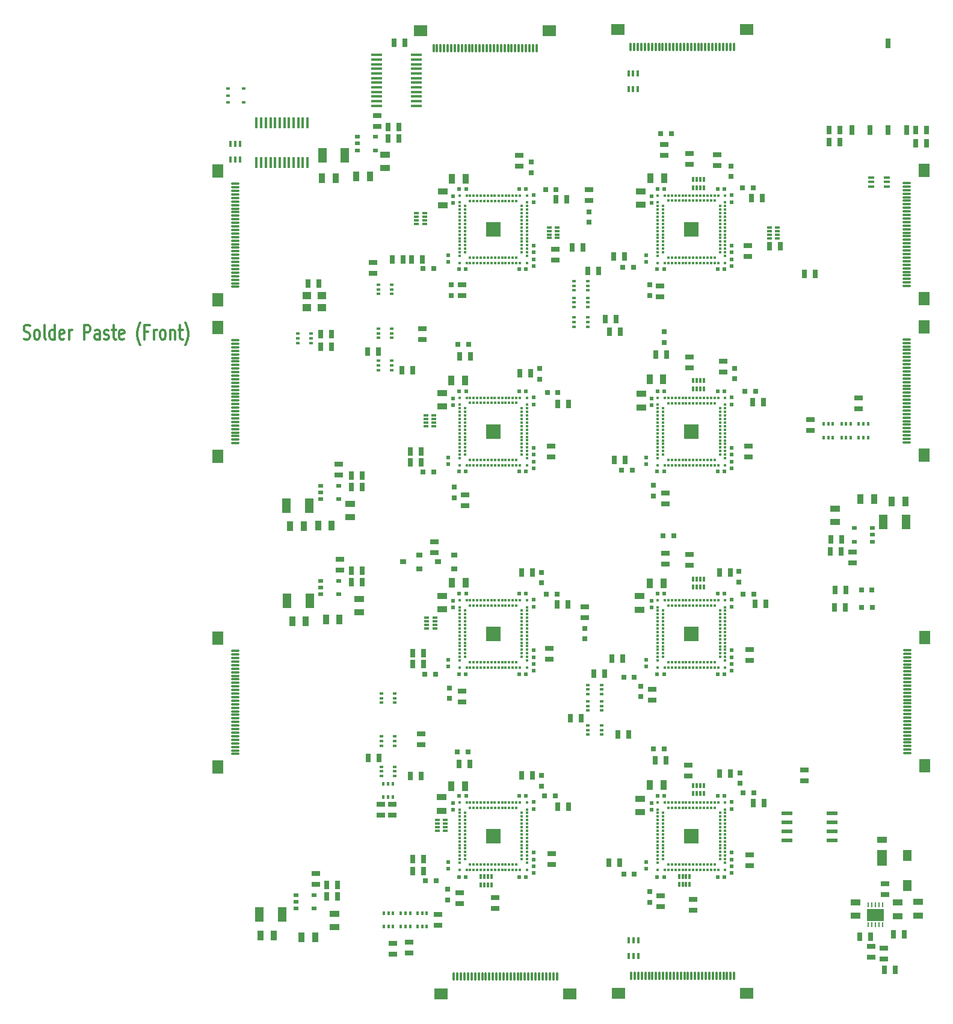
<source format=gtp>
G04 (created by PCBNEW (2013-mar-13)-testing) date Mon 05 Aug 2013 21:56:38 BST*
%MOIN*%
G04 Gerber Fmt 3.4, Leading zero omitted, Abs format*
%FSLAX34Y34*%
G01*
G70*
G90*
G04 APERTURE LIST*
%ADD10C,0.000787*%
%ADD11C,0.012000*%
%ADD12R,0.025600X0.011800*%
%ADD13R,0.051200X0.043300*%
%ADD14R,0.074800X0.063000*%
%ADD15O,0.011800X0.049200*%
%ADD16R,0.045000X0.025000*%
%ADD17R,0.030000X0.020000*%
%ADD18R,0.025000X0.045000*%
%ADD19R,0.093700X0.065000*%
%ADD20R,0.009800X0.026600*%
%ADD21R,0.055100X0.086600*%
%ADD22R,0.055100X0.035400*%
%ADD23R,0.015700X0.019700*%
%ADD24R,0.019700X0.015700*%
%ADD25R,0.063000X0.074800*%
%ADD26O,0.049200X0.011800*%
%ADD27R,0.011800X0.063000*%
%ADD28R,0.063000X0.011800*%
%ADD29R,0.025600X0.053100*%
%ADD30R,0.037400X0.025600*%
%ADD31R,0.023600X0.015700*%
%ADD32R,0.047200X0.063000*%
%ADD33R,0.047200X0.078700*%
%ADD34R,0.024400X0.024400*%
%ADD35R,0.055000X0.035000*%
%ADD36R,0.035000X0.055000*%
%ADD37R,0.031400X0.031400*%
%ADD38R,0.059100X0.020000*%
%ADD39R,0.011800X0.025600*%
%ADD40R,0.013800X0.033500*%
%ADD41R,0.033500X0.013800*%
%ADD42R,0.078800X0.078800*%
%ADD43R,0.011800X0.011800*%
G04 APERTURE END LIST*
G54D10*
G54D11*
X5408Y-28069D02*
X5494Y-28107D01*
X5637Y-28107D01*
X5694Y-28069D01*
X5722Y-28031D01*
X5751Y-27955D01*
X5751Y-27879D01*
X5722Y-27803D01*
X5694Y-27765D01*
X5637Y-27726D01*
X5522Y-27688D01*
X5465Y-27650D01*
X5437Y-27612D01*
X5408Y-27536D01*
X5408Y-27460D01*
X5437Y-27384D01*
X5465Y-27346D01*
X5522Y-27307D01*
X5665Y-27307D01*
X5751Y-27346D01*
X6094Y-28107D02*
X6037Y-28069D01*
X6008Y-28031D01*
X5980Y-27955D01*
X5980Y-27726D01*
X6008Y-27650D01*
X6037Y-27612D01*
X6094Y-27574D01*
X6180Y-27574D01*
X6237Y-27612D01*
X6265Y-27650D01*
X6294Y-27726D01*
X6294Y-27955D01*
X6265Y-28031D01*
X6237Y-28069D01*
X6180Y-28107D01*
X6094Y-28107D01*
X6637Y-28107D02*
X6580Y-28069D01*
X6551Y-27993D01*
X6551Y-27307D01*
X7122Y-28107D02*
X7122Y-27307D01*
X7122Y-28069D02*
X7065Y-28107D01*
X6951Y-28107D01*
X6894Y-28069D01*
X6865Y-28031D01*
X6837Y-27955D01*
X6837Y-27726D01*
X6865Y-27650D01*
X6894Y-27612D01*
X6951Y-27574D01*
X7065Y-27574D01*
X7122Y-27612D01*
X7637Y-28069D02*
X7580Y-28107D01*
X7465Y-28107D01*
X7408Y-28069D01*
X7380Y-27993D01*
X7380Y-27688D01*
X7408Y-27612D01*
X7465Y-27574D01*
X7580Y-27574D01*
X7637Y-27612D01*
X7665Y-27688D01*
X7665Y-27765D01*
X7380Y-27841D01*
X7922Y-28107D02*
X7922Y-27574D01*
X7922Y-27726D02*
X7951Y-27650D01*
X7980Y-27612D01*
X8037Y-27574D01*
X8094Y-27574D01*
X8751Y-28107D02*
X8751Y-27307D01*
X8980Y-27307D01*
X9037Y-27346D01*
X9065Y-27384D01*
X9094Y-27460D01*
X9094Y-27574D01*
X9065Y-27650D01*
X9037Y-27688D01*
X8980Y-27726D01*
X8751Y-27726D01*
X9608Y-28107D02*
X9608Y-27688D01*
X9580Y-27612D01*
X9522Y-27574D01*
X9408Y-27574D01*
X9351Y-27612D01*
X9608Y-28069D02*
X9551Y-28107D01*
X9408Y-28107D01*
X9351Y-28069D01*
X9322Y-27993D01*
X9322Y-27917D01*
X9351Y-27841D01*
X9408Y-27803D01*
X9551Y-27803D01*
X9608Y-27765D01*
X9865Y-28069D02*
X9922Y-28107D01*
X10037Y-28107D01*
X10094Y-28069D01*
X10122Y-27993D01*
X10122Y-27955D01*
X10094Y-27879D01*
X10037Y-27841D01*
X9951Y-27841D01*
X9894Y-27803D01*
X9865Y-27726D01*
X9865Y-27688D01*
X9894Y-27612D01*
X9951Y-27574D01*
X10037Y-27574D01*
X10094Y-27612D01*
X10294Y-27574D02*
X10522Y-27574D01*
X10380Y-27307D02*
X10380Y-27993D01*
X10408Y-28069D01*
X10465Y-28107D01*
X10522Y-28107D01*
X10951Y-28069D02*
X10894Y-28107D01*
X10780Y-28107D01*
X10722Y-28069D01*
X10694Y-27993D01*
X10694Y-27688D01*
X10722Y-27612D01*
X10780Y-27574D01*
X10894Y-27574D01*
X10951Y-27612D01*
X10980Y-27688D01*
X10980Y-27765D01*
X10694Y-27841D01*
X11865Y-28412D02*
X11837Y-28374D01*
X11780Y-28260D01*
X11751Y-28184D01*
X11722Y-28069D01*
X11694Y-27879D01*
X11694Y-27726D01*
X11722Y-27536D01*
X11751Y-27422D01*
X11780Y-27346D01*
X11837Y-27231D01*
X11865Y-27193D01*
X12294Y-27688D02*
X12094Y-27688D01*
X12094Y-28107D02*
X12094Y-27307D01*
X12380Y-27307D01*
X12608Y-28107D02*
X12608Y-27574D01*
X12608Y-27726D02*
X12637Y-27650D01*
X12665Y-27612D01*
X12722Y-27574D01*
X12780Y-27574D01*
X13065Y-28107D02*
X13008Y-28069D01*
X12980Y-28031D01*
X12951Y-27955D01*
X12951Y-27726D01*
X12980Y-27650D01*
X13008Y-27612D01*
X13065Y-27574D01*
X13151Y-27574D01*
X13208Y-27612D01*
X13237Y-27650D01*
X13265Y-27726D01*
X13265Y-27955D01*
X13237Y-28031D01*
X13208Y-28069D01*
X13151Y-28107D01*
X13065Y-28107D01*
X13522Y-27574D02*
X13522Y-28107D01*
X13522Y-27650D02*
X13551Y-27612D01*
X13608Y-27574D01*
X13694Y-27574D01*
X13751Y-27612D01*
X13780Y-27688D01*
X13780Y-28107D01*
X13980Y-27574D02*
X14208Y-27574D01*
X14065Y-27307D02*
X14065Y-27993D01*
X14094Y-28069D01*
X14151Y-28107D01*
X14208Y-28107D01*
X14351Y-28412D02*
X14380Y-28374D01*
X14437Y-28260D01*
X14465Y-28184D01*
X14494Y-28069D01*
X14522Y-27879D01*
X14522Y-27726D01*
X14494Y-27536D01*
X14465Y-27422D01*
X14437Y-27346D01*
X14380Y-27231D01*
X14351Y-27193D01*
G54D12*
X27174Y-21122D03*
X27174Y-21319D03*
X27174Y-21516D03*
X27174Y-21713D03*
X27627Y-21713D03*
X27627Y-21516D03*
X27627Y-21319D03*
X27627Y-21122D03*
G54D13*
X21929Y-25699D03*
X21103Y-25699D03*
X21103Y-26349D03*
X21929Y-26349D03*
G54D14*
X45454Y-10964D03*
X38328Y-10964D03*
G54D15*
X39036Y-11928D03*
X39232Y-11928D03*
X39429Y-11928D03*
X39626Y-11928D03*
X39823Y-11928D03*
X40020Y-11928D03*
X40217Y-11928D03*
X40414Y-11928D03*
X40610Y-11928D03*
X40807Y-11928D03*
X41004Y-11928D03*
X41201Y-11928D03*
X41398Y-11928D03*
X41595Y-11928D03*
X41793Y-11929D03*
X41988Y-11928D03*
X42185Y-11928D03*
X42382Y-11928D03*
X42776Y-11928D03*
X43170Y-11928D03*
X43563Y-11928D03*
X43366Y-11928D03*
X42973Y-11928D03*
X42579Y-11928D03*
X43760Y-11928D03*
X43957Y-11928D03*
X44154Y-11928D03*
X44351Y-11928D03*
X44547Y-11928D03*
X44746Y-11928D03*
G54D14*
X34526Y-11022D03*
X27400Y-11022D03*
G54D15*
X28108Y-11986D03*
X28304Y-11986D03*
X28501Y-11986D03*
X28698Y-11986D03*
X28895Y-11986D03*
X29092Y-11986D03*
X29289Y-11986D03*
X29486Y-11986D03*
X29682Y-11986D03*
X29879Y-11986D03*
X30076Y-11986D03*
X30273Y-11986D03*
X30470Y-11986D03*
X30667Y-11986D03*
X30865Y-11987D03*
X31060Y-11986D03*
X31257Y-11986D03*
X31454Y-11986D03*
X31848Y-11986D03*
X32242Y-11986D03*
X32635Y-11986D03*
X32438Y-11986D03*
X32045Y-11986D03*
X31651Y-11986D03*
X32832Y-11986D03*
X33029Y-11986D03*
X33226Y-11986D03*
X33423Y-11986D03*
X33619Y-11986D03*
X33818Y-11986D03*
G54D16*
X34528Y-45812D03*
X34528Y-45212D03*
X34646Y-57170D03*
X34646Y-56570D03*
X45531Y-23528D03*
X45531Y-22928D03*
X45551Y-34610D03*
X45551Y-34010D03*
G54D17*
X20485Y-58877D03*
X20485Y-59627D03*
X21485Y-58877D03*
X20485Y-59252D03*
X21485Y-59627D03*
G54D16*
X21575Y-58293D03*
X21575Y-57693D03*
G54D18*
X22800Y-58327D03*
X22200Y-58327D03*
G54D17*
X21841Y-36213D03*
X21841Y-36963D03*
X22841Y-36213D03*
X21841Y-36588D03*
X22841Y-36963D03*
G54D16*
X22855Y-35616D03*
X22855Y-35016D03*
G54D18*
X24156Y-35663D03*
X23556Y-35663D03*
X24160Y-40923D03*
X23560Y-40923D03*
G54D16*
X22935Y-40889D03*
X22935Y-40289D03*
G54D17*
X21845Y-41473D03*
X21845Y-42223D03*
X22845Y-41473D03*
X21845Y-41848D03*
X22845Y-42223D03*
X23890Y-16891D03*
X23890Y-17641D03*
X24890Y-16891D03*
X23890Y-17266D03*
X24890Y-17641D03*
X52419Y-39303D03*
X52419Y-38553D03*
X51419Y-39303D03*
X52419Y-38928D03*
X51419Y-38553D03*
G54D19*
X52585Y-59971D03*
G54D20*
X52585Y-60522D03*
X52782Y-60522D03*
X52979Y-60522D03*
X52388Y-60522D03*
X52191Y-60522D03*
X52585Y-59420D03*
X52388Y-59420D03*
X52191Y-59420D03*
X52782Y-59420D03*
X52979Y-59420D03*
G54D21*
X52972Y-56831D03*
G54D22*
X52972Y-55827D03*
G54D18*
X50104Y-39853D03*
X50704Y-39853D03*
G54D16*
X51329Y-39887D03*
X51329Y-40487D03*
X52350Y-62318D03*
X52350Y-61718D03*
G54D18*
X52315Y-61172D03*
X51715Y-61172D03*
G54D16*
X53071Y-61806D03*
X53071Y-62406D03*
G54D18*
X53605Y-61054D03*
X54205Y-61054D03*
G54D16*
X24980Y-16307D03*
X24980Y-15707D03*
G54D18*
X26205Y-16341D03*
X25605Y-16341D03*
G54D16*
X34862Y-23725D03*
X34862Y-23125D03*
G54D23*
X27481Y-59882D03*
X27737Y-59882D03*
X27225Y-59882D03*
X27225Y-60630D03*
X27481Y-60630D03*
X27737Y-60630D03*
X26556Y-59882D03*
X26812Y-59882D03*
X26300Y-59882D03*
X26300Y-60630D03*
X26556Y-60630D03*
X26812Y-60630D03*
X25611Y-59882D03*
X25867Y-59882D03*
X25355Y-59882D03*
X25355Y-60630D03*
X25611Y-60630D03*
X25867Y-60630D03*
G54D16*
X45630Y-57249D03*
X45630Y-56649D03*
X45610Y-45891D03*
X45610Y-45291D03*
X34626Y-34610D03*
X34626Y-34010D03*
G54D24*
X35904Y-25137D03*
X35904Y-24881D03*
X35904Y-25393D03*
X36652Y-25393D03*
X36652Y-25137D03*
X36652Y-24881D03*
X25059Y-25335D03*
X25059Y-25079D03*
X25059Y-25591D03*
X25807Y-25591D03*
X25807Y-25335D03*
X25807Y-25079D03*
X35904Y-26063D03*
X35904Y-25807D03*
X35904Y-26319D03*
X36652Y-26319D03*
X36652Y-26063D03*
X36652Y-25807D03*
X25059Y-27776D03*
X25059Y-27520D03*
X25059Y-28032D03*
X25807Y-28032D03*
X25807Y-27776D03*
X25807Y-27520D03*
G54D14*
X28524Y-64351D03*
X35650Y-64351D03*
G54D15*
X34942Y-63387D03*
X34746Y-63387D03*
X34549Y-63387D03*
X34352Y-63387D03*
X34155Y-63387D03*
X33958Y-63387D03*
X33761Y-63387D03*
X33564Y-63387D03*
X33368Y-63387D03*
X33171Y-63387D03*
X32974Y-63387D03*
X32777Y-63387D03*
X32580Y-63387D03*
X32383Y-63387D03*
X32185Y-63386D03*
X31990Y-63387D03*
X31793Y-63387D03*
X31596Y-63387D03*
X31202Y-63387D03*
X30808Y-63387D03*
X30415Y-63387D03*
X30612Y-63387D03*
X31005Y-63387D03*
X31399Y-63387D03*
X30218Y-63387D03*
X30021Y-63387D03*
X29824Y-63387D03*
X29627Y-63387D03*
X29431Y-63387D03*
X29232Y-63387D03*
G54D14*
X38347Y-64312D03*
X45473Y-64312D03*
G54D15*
X44765Y-63348D03*
X44569Y-63348D03*
X44372Y-63348D03*
X44175Y-63348D03*
X43978Y-63348D03*
X43781Y-63348D03*
X43584Y-63348D03*
X43387Y-63348D03*
X43191Y-63348D03*
X42994Y-63348D03*
X42797Y-63348D03*
X42600Y-63348D03*
X42403Y-63348D03*
X42206Y-63348D03*
X42008Y-63347D03*
X41813Y-63348D03*
X41616Y-63348D03*
X41419Y-63348D03*
X41025Y-63348D03*
X40631Y-63348D03*
X40238Y-63348D03*
X40435Y-63348D03*
X40828Y-63348D03*
X41222Y-63348D03*
X40041Y-63348D03*
X39844Y-63348D03*
X39647Y-63348D03*
X39450Y-63348D03*
X39254Y-63348D03*
X39055Y-63348D03*
G54D25*
X55294Y-25865D03*
X55294Y-18739D03*
G54D26*
X54330Y-19447D03*
X54330Y-19643D03*
X54330Y-19840D03*
X54330Y-20037D03*
X54330Y-20234D03*
X54330Y-20431D03*
X54330Y-20628D03*
X54330Y-20825D03*
X54330Y-21021D03*
X54330Y-21218D03*
X54330Y-21415D03*
X54330Y-21612D03*
X54330Y-21809D03*
X54330Y-22006D03*
X54329Y-22204D03*
X54330Y-22399D03*
X54330Y-22596D03*
X54330Y-22793D03*
X54330Y-23187D03*
X54330Y-23581D03*
X54330Y-23974D03*
X54330Y-23777D03*
X54330Y-23384D03*
X54330Y-22990D03*
X54330Y-24171D03*
X54330Y-24368D03*
X54330Y-24565D03*
X54330Y-24762D03*
X54330Y-24958D03*
X54330Y-25157D03*
G54D25*
X55296Y-34527D03*
X55296Y-27401D03*
G54D26*
X54332Y-28109D03*
X54332Y-28305D03*
X54332Y-28502D03*
X54332Y-28699D03*
X54332Y-28896D03*
X54332Y-29093D03*
X54332Y-29290D03*
X54332Y-29487D03*
X54332Y-29683D03*
X54332Y-29880D03*
X54332Y-30077D03*
X54332Y-30274D03*
X54332Y-30471D03*
X54332Y-30668D03*
X54331Y-30866D03*
X54332Y-31061D03*
X54332Y-31258D03*
X54332Y-31455D03*
X54332Y-31849D03*
X54332Y-32243D03*
X54332Y-32636D03*
X54332Y-32439D03*
X54332Y-32046D03*
X54332Y-31652D03*
X54332Y-32833D03*
X54332Y-33030D03*
X54332Y-33227D03*
X54332Y-33424D03*
X54332Y-33620D03*
X54332Y-33819D03*
G54D25*
X55316Y-51732D03*
X55316Y-44606D03*
G54D26*
X54352Y-45314D03*
X54352Y-45510D03*
X54352Y-45707D03*
X54352Y-45904D03*
X54352Y-46101D03*
X54352Y-46298D03*
X54352Y-46495D03*
X54352Y-46692D03*
X54352Y-46888D03*
X54352Y-47085D03*
X54352Y-47282D03*
X54352Y-47479D03*
X54352Y-47676D03*
X54352Y-47873D03*
X54351Y-48071D03*
X54352Y-48266D03*
X54352Y-48463D03*
X54352Y-48660D03*
X54352Y-49054D03*
X54352Y-49448D03*
X54352Y-49841D03*
X54352Y-49644D03*
X54352Y-49251D03*
X54352Y-48857D03*
X54352Y-50038D03*
X54352Y-50235D03*
X54352Y-50432D03*
X54352Y-50629D03*
X54352Y-50825D03*
X54352Y-51024D03*
G54D25*
X16161Y-44646D03*
X16161Y-51772D03*
G54D26*
X17125Y-51064D03*
X17125Y-50868D03*
X17125Y-50671D03*
X17125Y-50474D03*
X17125Y-50277D03*
X17125Y-50080D03*
X17125Y-49883D03*
X17125Y-49686D03*
X17125Y-49490D03*
X17125Y-49293D03*
X17125Y-49096D03*
X17125Y-48899D03*
X17125Y-48702D03*
X17125Y-48505D03*
X17126Y-48307D03*
X17125Y-48112D03*
X17125Y-47915D03*
X17125Y-47718D03*
X17125Y-47324D03*
X17125Y-46930D03*
X17125Y-46537D03*
X17125Y-46734D03*
X17125Y-47127D03*
X17125Y-47521D03*
X17125Y-46340D03*
X17125Y-46143D03*
X17125Y-45946D03*
X17125Y-45749D03*
X17125Y-45553D03*
X17125Y-45354D03*
G54D25*
X16161Y-27441D03*
X16161Y-34567D03*
G54D26*
X17125Y-33859D03*
X17125Y-33663D03*
X17125Y-33466D03*
X17125Y-33269D03*
X17125Y-33072D03*
X17125Y-32875D03*
X17125Y-32678D03*
X17125Y-32481D03*
X17125Y-32285D03*
X17125Y-32088D03*
X17125Y-31891D03*
X17125Y-31694D03*
X17125Y-31497D03*
X17125Y-31300D03*
X17126Y-31102D03*
X17125Y-30907D03*
X17125Y-30710D03*
X17125Y-30513D03*
X17125Y-30119D03*
X17125Y-29725D03*
X17125Y-29332D03*
X17125Y-29529D03*
X17125Y-29922D03*
X17125Y-30316D03*
X17125Y-29135D03*
X17125Y-28938D03*
X17125Y-28741D03*
X17125Y-28544D03*
X17125Y-28348D03*
X17125Y-28149D03*
G54D25*
X16160Y-18780D03*
X16160Y-25906D03*
G54D26*
X17124Y-25198D03*
X17124Y-25002D03*
X17124Y-24805D03*
X17124Y-24608D03*
X17124Y-24411D03*
X17124Y-24214D03*
X17124Y-24017D03*
X17124Y-23820D03*
X17124Y-23624D03*
X17124Y-23427D03*
X17124Y-23230D03*
X17124Y-23033D03*
X17124Y-22836D03*
X17124Y-22639D03*
X17125Y-22441D03*
X17124Y-22246D03*
X17124Y-22049D03*
X17124Y-21852D03*
X17124Y-21458D03*
X17124Y-21064D03*
X17124Y-20671D03*
X17124Y-20868D03*
X17124Y-21261D03*
X17124Y-21655D03*
X17124Y-20474D03*
X17124Y-20277D03*
X17124Y-20080D03*
X17124Y-19883D03*
X17124Y-19687D03*
X17124Y-19488D03*
G54D27*
X20610Y-18307D03*
X20866Y-18307D03*
X21122Y-18307D03*
X20354Y-18307D03*
X20098Y-18307D03*
X19842Y-18307D03*
X18307Y-18307D03*
X18563Y-18307D03*
X18819Y-18307D03*
X19587Y-18307D03*
X19331Y-18307D03*
X19075Y-18307D03*
X19075Y-16103D03*
X19331Y-16103D03*
X19587Y-16103D03*
X18819Y-16103D03*
X18563Y-16103D03*
X18307Y-16103D03*
X19842Y-16103D03*
X20098Y-16103D03*
X20354Y-16103D03*
X21122Y-16103D03*
X20866Y-16103D03*
X20610Y-16103D03*
G54D28*
X27165Y-12874D03*
X27165Y-12618D03*
X27165Y-12362D03*
X27165Y-13130D03*
X27165Y-13386D03*
X27165Y-13642D03*
X27165Y-15177D03*
X27165Y-14921D03*
X27165Y-14665D03*
X27165Y-13897D03*
X27165Y-14153D03*
X27165Y-14409D03*
X24961Y-14409D03*
X24961Y-14153D03*
X24961Y-13897D03*
X24961Y-14665D03*
X24961Y-14921D03*
X24961Y-15177D03*
X24961Y-13642D03*
X24961Y-13386D03*
X24961Y-13130D03*
X24961Y-12362D03*
X24961Y-12618D03*
X24961Y-12874D03*
G54D29*
X53306Y-16516D03*
X54310Y-16516D03*
X52302Y-16516D03*
X51298Y-16516D03*
X53307Y-11713D03*
G54D30*
X29252Y-40806D03*
X29252Y-40058D03*
X28346Y-40432D03*
X27323Y-40806D03*
X27323Y-40058D03*
X26417Y-40432D03*
G54D16*
X28169Y-39306D03*
X28169Y-39906D03*
X26752Y-61472D03*
X26752Y-62072D03*
G54D24*
X35905Y-27145D03*
X35905Y-26889D03*
X35905Y-27401D03*
X36653Y-27401D03*
X36653Y-27145D03*
X36653Y-26889D03*
G54D31*
X16713Y-14606D03*
X16713Y-14232D03*
X16713Y-14980D03*
X17579Y-14980D03*
X17579Y-14232D03*
G54D16*
X24764Y-24454D03*
X24764Y-23854D03*
G54D18*
X54818Y-16516D03*
X55418Y-16516D03*
X54818Y-17244D03*
X55418Y-17244D03*
X50635Y-17185D03*
X50035Y-17185D03*
X50635Y-16516D03*
X50035Y-16516D03*
G54D24*
X36673Y-47500D03*
X36673Y-47244D03*
X36673Y-47756D03*
X37421Y-47756D03*
X37421Y-47500D03*
X37421Y-47244D03*
X36673Y-48406D03*
X36673Y-48150D03*
X36673Y-48662D03*
X37421Y-48662D03*
X37421Y-48406D03*
X37421Y-48150D03*
X25217Y-47972D03*
X25217Y-47716D03*
X25217Y-48228D03*
X25965Y-48228D03*
X25965Y-47972D03*
X25965Y-47716D03*
X25217Y-50354D03*
X25217Y-50098D03*
X25217Y-50610D03*
X25965Y-50610D03*
X25965Y-50354D03*
X25965Y-50098D03*
G54D23*
X50965Y-33543D03*
X50709Y-33543D03*
X51221Y-33543D03*
X51221Y-32795D03*
X50965Y-32795D03*
X50709Y-32795D03*
X51929Y-33543D03*
X51673Y-33543D03*
X52185Y-33543D03*
X52185Y-32795D03*
X51929Y-32795D03*
X51673Y-32795D03*
G54D24*
X20581Y-28051D03*
X20581Y-27795D03*
X20581Y-28307D03*
X21329Y-28307D03*
X21329Y-28051D03*
X21329Y-27795D03*
X36673Y-49744D03*
X36673Y-49488D03*
X36673Y-50000D03*
X37421Y-50000D03*
X37421Y-49744D03*
X37421Y-49488D03*
X25217Y-52028D03*
X25217Y-51772D03*
X25217Y-52284D03*
X25965Y-52284D03*
X25965Y-52028D03*
X25965Y-51772D03*
G54D23*
X49980Y-33543D03*
X49724Y-33543D03*
X50236Y-33543D03*
X50236Y-32795D03*
X49980Y-32795D03*
X49724Y-32795D03*
G54D32*
X54350Y-56671D03*
X54350Y-58345D03*
G54D33*
X54291Y-38205D03*
X53031Y-38205D03*
X18457Y-59960D03*
X19717Y-59960D03*
X19990Y-42578D03*
X21250Y-42578D03*
X19957Y-37322D03*
X21217Y-37322D03*
X21941Y-17925D03*
X23201Y-17925D03*
G54D16*
X53110Y-58863D03*
X53110Y-58263D03*
G54D18*
X21767Y-25010D03*
X21167Y-25010D03*
X26206Y-16969D03*
X25606Y-16969D03*
X53106Y-63012D03*
X53706Y-63012D03*
X50113Y-39173D03*
X50713Y-39173D03*
X24158Y-41555D03*
X23558Y-41555D03*
X24158Y-36299D03*
X23558Y-36299D03*
X22800Y-58957D03*
X22200Y-58957D03*
X37249Y-24331D03*
X36649Y-24331D03*
G54D16*
X27421Y-49936D03*
X27421Y-50536D03*
X27480Y-28115D03*
X27480Y-27515D03*
G54D18*
X37583Y-46614D03*
X36983Y-46614D03*
G54D16*
X42224Y-51669D03*
X42224Y-52269D03*
X42303Y-40015D03*
X42303Y-40615D03*
X42500Y-59129D03*
X42500Y-59729D03*
X25866Y-62150D03*
X25866Y-61550D03*
X51673Y-31354D03*
X51673Y-31954D03*
X31535Y-59011D03*
X31535Y-59611D03*
G54D18*
X24503Y-51280D03*
X25103Y-51280D03*
X27426Y-52283D03*
X26826Y-52283D03*
X38922Y-50000D03*
X38322Y-50000D03*
X35684Y-49075D03*
X36284Y-49075D03*
X27564Y-45472D03*
X26964Y-45472D03*
X27544Y-56870D03*
X26944Y-56870D03*
X38450Y-27697D03*
X37850Y-27697D03*
X38233Y-26969D03*
X37633Y-26969D03*
X26973Y-29803D03*
X26373Y-29803D03*
X24464Y-28799D03*
X25064Y-28799D03*
X36402Y-23012D03*
X35802Y-23012D03*
X27426Y-34311D03*
X26826Y-34311D03*
G54D16*
X42303Y-17830D03*
X42303Y-18430D03*
X42303Y-29070D03*
X42303Y-29670D03*
G54D18*
X47308Y-22953D03*
X46708Y-22953D03*
X48657Y-24488D03*
X49257Y-24488D03*
X26422Y-23681D03*
X25822Y-23681D03*
X38686Y-23524D03*
X38086Y-23524D03*
G54D16*
X40669Y-25153D03*
X40669Y-25753D03*
X43819Y-18469D03*
X43819Y-17869D03*
G54D18*
X45724Y-20295D03*
X46324Y-20295D03*
X38715Y-34773D03*
X38115Y-34773D03*
G54D16*
X40945Y-36629D03*
X40945Y-37229D03*
X44154Y-29926D03*
X44154Y-29326D03*
G54D18*
X45783Y-31575D03*
X46383Y-31575D03*
X27564Y-46083D03*
X26964Y-46083D03*
G54D16*
X29685Y-47574D03*
X29685Y-48174D03*
G54D18*
X32987Y-41004D03*
X33587Y-41004D03*
X34956Y-42776D03*
X35556Y-42776D03*
X27544Y-57539D03*
X26944Y-57539D03*
G54D16*
X29547Y-58735D03*
X29547Y-59335D03*
G54D18*
X33007Y-52244D03*
X33607Y-52244D03*
X34995Y-53996D03*
X35595Y-53996D03*
X38587Y-45768D03*
X37987Y-45768D03*
G54D16*
X40217Y-47495D03*
X40217Y-48095D03*
G54D18*
X43972Y-41024D03*
X44572Y-41024D03*
X45920Y-42756D03*
X46520Y-42756D03*
X38410Y-57087D03*
X37810Y-57087D03*
G54D16*
X40689Y-58932D03*
X40689Y-59532D03*
G54D18*
X43972Y-52146D03*
X44572Y-52146D03*
X45822Y-53799D03*
X46422Y-53799D03*
X27485Y-23681D03*
X26885Y-23681D03*
G54D16*
X29705Y-25074D03*
X29705Y-25674D03*
X32854Y-18509D03*
X32854Y-17909D03*
G54D18*
X34877Y-20354D03*
X35477Y-20354D03*
X27426Y-34902D03*
X26826Y-34902D03*
G54D16*
X29843Y-36728D03*
X29843Y-37328D03*
G54D18*
X32889Y-30000D03*
X33489Y-30000D03*
X34976Y-31673D03*
X35576Y-31673D03*
G54D34*
X33642Y-22921D03*
X33642Y-23299D03*
X29193Y-20563D03*
X29193Y-20185D03*
X28917Y-23453D03*
X28917Y-23831D03*
X33642Y-20504D03*
X33642Y-20126D03*
X33642Y-23669D03*
X33642Y-24047D03*
X29913Y-19783D03*
X29535Y-19783D03*
X32862Y-24232D03*
X33240Y-24232D03*
X29894Y-24232D03*
X29516Y-24232D03*
X32862Y-19783D03*
X33240Y-19783D03*
X43846Y-30984D03*
X44224Y-30984D03*
X40878Y-35433D03*
X40500Y-35433D03*
X43846Y-35433D03*
X44224Y-35433D03*
X40898Y-30984D03*
X40520Y-30984D03*
X44626Y-34870D03*
X44626Y-35248D03*
X44626Y-31705D03*
X44626Y-31327D03*
X39902Y-34654D03*
X39902Y-35032D03*
X40177Y-31764D03*
X40177Y-31386D03*
X44626Y-34122D03*
X44626Y-34500D03*
X44626Y-22921D03*
X44626Y-23299D03*
X40177Y-20563D03*
X40177Y-20185D03*
X39902Y-23453D03*
X39902Y-23831D03*
X44626Y-20504D03*
X44626Y-20126D03*
X44626Y-23669D03*
X44626Y-24047D03*
X40898Y-19783D03*
X40520Y-19783D03*
X43846Y-24232D03*
X44224Y-24232D03*
X40878Y-24232D03*
X40500Y-24232D03*
X43846Y-19783D03*
X44224Y-19783D03*
X32862Y-30984D03*
X33240Y-30984D03*
X29894Y-35433D03*
X29516Y-35433D03*
X32862Y-35433D03*
X33240Y-35433D03*
X29913Y-30984D03*
X29535Y-30984D03*
X33642Y-34870D03*
X33642Y-35248D03*
X33642Y-31705D03*
X33642Y-31327D03*
X28917Y-34654D03*
X28917Y-35032D03*
X29193Y-31764D03*
X29193Y-31386D03*
X33642Y-34122D03*
X33642Y-34500D03*
X33642Y-56524D03*
X33642Y-56902D03*
X29193Y-54165D03*
X29193Y-53787D03*
X28917Y-57055D03*
X28917Y-57433D03*
X33642Y-54106D03*
X33642Y-53728D03*
X33642Y-57272D03*
X33642Y-57650D03*
X29913Y-53386D03*
X29535Y-53386D03*
X32862Y-57894D03*
X33240Y-57894D03*
X29894Y-57894D03*
X29516Y-57894D03*
X32862Y-53386D03*
X33240Y-53386D03*
X43846Y-53386D03*
X44224Y-53386D03*
X40878Y-57894D03*
X40500Y-57894D03*
X43846Y-57894D03*
X44224Y-57894D03*
X40898Y-53386D03*
X40520Y-53386D03*
X44626Y-57272D03*
X44626Y-57650D03*
X44626Y-54106D03*
X44626Y-53728D03*
X39902Y-57055D03*
X39902Y-57433D03*
X40177Y-54165D03*
X40177Y-53787D03*
X44626Y-56524D03*
X44626Y-56902D03*
X44626Y-45323D03*
X44626Y-45701D03*
X40177Y-42965D03*
X40177Y-42587D03*
X39902Y-45854D03*
X39902Y-46232D03*
X44626Y-42906D03*
X44626Y-42528D03*
X44626Y-46071D03*
X44626Y-46449D03*
X40898Y-42185D03*
X40520Y-42185D03*
X43846Y-46634D03*
X44224Y-46634D03*
X40878Y-46634D03*
X40500Y-46634D03*
X43846Y-42185D03*
X44224Y-42185D03*
X32862Y-42185D03*
X33240Y-42185D03*
X29894Y-46634D03*
X29516Y-46634D03*
X32862Y-46634D03*
X33240Y-46634D03*
X29913Y-42185D03*
X29535Y-42185D03*
X33642Y-46071D03*
X33642Y-46449D03*
X33642Y-42906D03*
X33642Y-42528D03*
X28917Y-45854D03*
X28917Y-46232D03*
X29193Y-42965D03*
X29193Y-42587D03*
X33642Y-45323D03*
X33642Y-45701D03*
G54D35*
X28622Y-20670D03*
X28622Y-19920D03*
G54D36*
X29883Y-19213D03*
X29133Y-19213D03*
G54D35*
X28602Y-31832D03*
X28602Y-31082D03*
G54D36*
X29844Y-30394D03*
X29094Y-30394D03*
X23838Y-19094D03*
X24588Y-19094D03*
G54D35*
X39587Y-20651D03*
X39587Y-19901D03*
G54D36*
X40887Y-19193D03*
X40137Y-19193D03*
G54D35*
X39626Y-31871D03*
X39626Y-31121D03*
G54D36*
X40828Y-30315D03*
X40078Y-30315D03*
X21712Y-38425D03*
X22462Y-38425D03*
G54D35*
X23504Y-37204D03*
X23504Y-37954D03*
X28583Y-43052D03*
X28583Y-42302D03*
G54D36*
X29883Y-41594D03*
X29133Y-41594D03*
G54D35*
X28543Y-54214D03*
X28543Y-53464D03*
G54D36*
X29844Y-52835D03*
X29094Y-52835D03*
X22145Y-43622D03*
X22895Y-43622D03*
G54D35*
X23976Y-42479D03*
X23976Y-43229D03*
X39528Y-43072D03*
X39528Y-42322D03*
G54D36*
X40847Y-41614D03*
X40097Y-41614D03*
G54D35*
X39567Y-54292D03*
X39567Y-53542D03*
G54D36*
X40847Y-52795D03*
X40097Y-52795D03*
X20806Y-61220D03*
X21556Y-61220D03*
G54D35*
X22638Y-59901D03*
X22638Y-60651D03*
X50374Y-38229D03*
X50374Y-37479D03*
X25433Y-17873D03*
X25433Y-18623D03*
X54941Y-59251D03*
X54941Y-60001D03*
X53819Y-59290D03*
X53819Y-60040D03*
X51496Y-59271D03*
X51496Y-60021D03*
G54D16*
X49006Y-32544D03*
X49006Y-33144D03*
X28346Y-60566D03*
X28346Y-59966D03*
G54D18*
X22465Y-27815D03*
X21865Y-27815D03*
X21865Y-28514D03*
X22465Y-28514D03*
G54D37*
X33524Y-18289D03*
X33524Y-18879D03*
X35000Y-31043D03*
X34410Y-31043D03*
X33976Y-29724D03*
X33976Y-30314D03*
X34901Y-19824D03*
X34311Y-19824D03*
X27540Y-24194D03*
X28130Y-24194D03*
X29094Y-25670D03*
X29094Y-25080D03*
X45826Y-19705D03*
X45236Y-19705D03*
X44587Y-18505D03*
X44587Y-19095D03*
X38603Y-24115D03*
X39193Y-24115D03*
X40079Y-25670D03*
X40079Y-25080D03*
X27520Y-35452D03*
X28110Y-35452D03*
X29272Y-36889D03*
X29272Y-36299D03*
X45945Y-30984D03*
X45355Y-30984D03*
X44783Y-29704D03*
X44783Y-30294D03*
X38524Y-35334D03*
X39114Y-35334D03*
X40295Y-36771D03*
X40295Y-36181D03*
X28996Y-47992D03*
X28996Y-47402D03*
X27618Y-46653D03*
X28208Y-46653D03*
X34094Y-41004D03*
X34094Y-41594D03*
X34941Y-42204D03*
X34351Y-42204D03*
X39606Y-47893D03*
X39606Y-47303D03*
X38642Y-46811D03*
X39232Y-46811D03*
X45039Y-40965D03*
X45039Y-41555D03*
X45846Y-42205D03*
X45256Y-42205D03*
X45846Y-53209D03*
X45256Y-53209D03*
X45089Y-52107D03*
X45089Y-52697D03*
X38642Y-57716D03*
X39232Y-57716D03*
X40098Y-59271D03*
X40098Y-58681D03*
X34842Y-53386D03*
X34252Y-53386D03*
X34075Y-52264D03*
X34075Y-52854D03*
X28898Y-59153D03*
X28898Y-58563D03*
X27658Y-58091D03*
X28248Y-58091D03*
G54D36*
X52521Y-36959D03*
X51771Y-36959D03*
G54D38*
X50196Y-54338D03*
X50196Y-54838D03*
X50196Y-55338D03*
X50196Y-55838D03*
X47696Y-55838D03*
X47696Y-55338D03*
X47696Y-54838D03*
X47696Y-54338D03*
G54D39*
X42500Y-19706D03*
X42697Y-19706D03*
X42894Y-19706D03*
X43091Y-19706D03*
X43091Y-19253D03*
X42894Y-19253D03*
X42697Y-19253D03*
X42500Y-19253D03*
G54D12*
X28132Y-32913D03*
X28132Y-32716D03*
X28132Y-32519D03*
X28132Y-32322D03*
X27679Y-32322D03*
X27679Y-32519D03*
X27679Y-32716D03*
X27679Y-32913D03*
G54D39*
X42500Y-30838D03*
X42697Y-30838D03*
X42894Y-30838D03*
X43091Y-30838D03*
X43091Y-30385D03*
X42894Y-30385D03*
X42697Y-30385D03*
X42500Y-30385D03*
G54D12*
X34972Y-22500D03*
X34972Y-22303D03*
X34972Y-22106D03*
X34972Y-21909D03*
X34519Y-21909D03*
X34519Y-22106D03*
X34519Y-22303D03*
X34519Y-22500D03*
X46721Y-21910D03*
X46721Y-22107D03*
X46721Y-22304D03*
X46721Y-22501D03*
X47174Y-22501D03*
X47174Y-22304D03*
X47174Y-22107D03*
X47174Y-21910D03*
X28181Y-44114D03*
X28181Y-43917D03*
X28181Y-43720D03*
X28181Y-43523D03*
X27728Y-43523D03*
X27728Y-43720D03*
X27728Y-43917D03*
X27728Y-44114D03*
G54D39*
X42500Y-41822D03*
X42697Y-41822D03*
X42894Y-41822D03*
X43091Y-41822D03*
X43091Y-41369D03*
X42894Y-41369D03*
X42697Y-41369D03*
X42500Y-41369D03*
X42500Y-53259D03*
X42697Y-53259D03*
X42894Y-53259D03*
X43091Y-53259D03*
X43091Y-52806D03*
X42894Y-52806D03*
X42697Y-52806D03*
X42500Y-52806D03*
X41713Y-58299D03*
X41910Y-58299D03*
X42107Y-58299D03*
X42304Y-58299D03*
X42304Y-57846D03*
X42107Y-57846D03*
X41910Y-57846D03*
X41713Y-57846D03*
X30729Y-58319D03*
X30926Y-58319D03*
X31123Y-58319D03*
X31320Y-58319D03*
X31320Y-57866D03*
X31123Y-57866D03*
X30926Y-57866D03*
X30729Y-57866D03*
G54D12*
X28771Y-55315D03*
X28771Y-55118D03*
X28771Y-54921D03*
X28771Y-54724D03*
X28318Y-54724D03*
X28318Y-54921D03*
X28318Y-55118D03*
X28318Y-55315D03*
G54D37*
X51821Y-42963D03*
X52411Y-42963D03*
X51811Y-41998D03*
X52401Y-41998D03*
G54D36*
X54241Y-37087D03*
X53491Y-37087D03*
X21034Y-43701D03*
X20284Y-43701D03*
X19265Y-61114D03*
X18515Y-61114D03*
X21936Y-19185D03*
X22686Y-19185D03*
X20914Y-38445D03*
X20164Y-38445D03*
G54D16*
X48661Y-52559D03*
X48661Y-51959D03*
G54D18*
X50340Y-42963D03*
X50940Y-42963D03*
X50350Y-41998D03*
X50950Y-41998D03*
G54D40*
X39193Y-62264D03*
X39449Y-62264D03*
X38937Y-62264D03*
X39193Y-61398D03*
X38937Y-61398D03*
X39449Y-61398D03*
G54D41*
X53228Y-19390D03*
X53228Y-19134D03*
X53228Y-19646D03*
X52362Y-19390D03*
X52362Y-19646D03*
X52362Y-19134D03*
G54D40*
X39173Y-13386D03*
X38917Y-13386D03*
X39429Y-13386D03*
X39173Y-14252D03*
X39429Y-14252D03*
X38917Y-14252D03*
X17126Y-18150D03*
X17382Y-18150D03*
X16870Y-18150D03*
X17126Y-17284D03*
X16870Y-17284D03*
X17382Y-17284D03*
G54D24*
X25059Y-29547D03*
X25059Y-29291D03*
X25059Y-29803D03*
X25807Y-29803D03*
X25807Y-29547D03*
X25807Y-29291D03*
G54D37*
X40886Y-50797D03*
X40296Y-50797D03*
G54D18*
X40999Y-51427D03*
X40399Y-51427D03*
G54D37*
X30029Y-50935D03*
X29439Y-50935D03*
X36476Y-44105D03*
X36476Y-44695D03*
X41427Y-38986D03*
X40837Y-38986D03*
X30049Y-28396D03*
X29459Y-28396D03*
X36722Y-21034D03*
X36722Y-21624D03*
X41279Y-16703D03*
X40689Y-16703D03*
X40906Y-28267D03*
X40906Y-27677D03*
G54D18*
X30123Y-51624D03*
X29523Y-51624D03*
G54D16*
X36476Y-42909D03*
X36476Y-43509D03*
X40955Y-40546D03*
X40955Y-39946D03*
G54D18*
X30143Y-29055D03*
X29543Y-29055D03*
G54D16*
X36732Y-19818D03*
X36732Y-20418D03*
X40906Y-17908D03*
X40906Y-17308D03*
G54D18*
X41038Y-28957D03*
X40438Y-28957D03*
G54D16*
X25839Y-54450D03*
X25839Y-53850D03*
X25181Y-54446D03*
X25181Y-53846D03*
G54D23*
X25587Y-52709D03*
X25843Y-52709D03*
X25331Y-52709D03*
X25331Y-53457D03*
X25587Y-53457D03*
X25843Y-53457D03*
G54D42*
X31418Y-22009D03*
G54D43*
X33288Y-23879D03*
X29548Y-23879D03*
X33288Y-20139D03*
X29548Y-20139D03*
X29942Y-20139D03*
X30139Y-20139D03*
X30336Y-20139D03*
X30533Y-20139D03*
X30729Y-20139D03*
X30926Y-20139D03*
X31123Y-20139D03*
X31320Y-20139D03*
X31507Y-20139D03*
X31714Y-20139D03*
X31911Y-20139D03*
X32108Y-20139D03*
X32304Y-20139D03*
X32501Y-20139D03*
X32698Y-20139D03*
X32894Y-20139D03*
X30138Y-20434D03*
X30335Y-20434D03*
X30532Y-20434D03*
X30729Y-20434D03*
X30926Y-20434D03*
X31123Y-20434D03*
X31320Y-20434D03*
X31516Y-20434D03*
X31713Y-20434D03*
X31910Y-20434D03*
X32107Y-20434D03*
X32304Y-20434D03*
X32501Y-20434D03*
X32698Y-20434D03*
X29548Y-20533D03*
X29548Y-20729D03*
X29548Y-20926D03*
X29548Y-21123D03*
X29548Y-21320D03*
X29548Y-21517D03*
X29548Y-21911D03*
X29548Y-22108D03*
X29548Y-22304D03*
X29548Y-22501D03*
X29548Y-22894D03*
X29548Y-23091D03*
X29548Y-23288D03*
X29548Y-23485D03*
X29548Y-21714D03*
X29548Y-22698D03*
X29843Y-20729D03*
X29843Y-20926D03*
X29843Y-21123D03*
X29843Y-21320D03*
X29843Y-21517D03*
X29843Y-21714D03*
X29843Y-21911D03*
X29843Y-22107D03*
X29843Y-22304D03*
X29843Y-22501D03*
X29843Y-22698D03*
X29843Y-22895D03*
X29843Y-23092D03*
X29843Y-23289D03*
X29942Y-23879D03*
X30138Y-23879D03*
X30335Y-23879D03*
X30532Y-23879D03*
X30729Y-23879D03*
X30926Y-23879D03*
X31123Y-23879D03*
X31320Y-23879D03*
X31516Y-23879D03*
X31713Y-23879D03*
X31910Y-23879D03*
X32107Y-23879D03*
X32304Y-23879D03*
X32501Y-23879D03*
X32698Y-23879D03*
X32894Y-23879D03*
X30138Y-23584D03*
X30335Y-23584D03*
X30532Y-23584D03*
X30729Y-23584D03*
X30926Y-23584D03*
X31123Y-23584D03*
X31320Y-23584D03*
X31516Y-23584D03*
X31713Y-23584D03*
X31910Y-23584D03*
X32107Y-23584D03*
X32304Y-23584D03*
X32501Y-23584D03*
X32698Y-23584D03*
X33288Y-23485D03*
X33288Y-23289D03*
X33288Y-23092D03*
X33288Y-22895D03*
X33288Y-22698D03*
X33288Y-22501D03*
X33288Y-22304D03*
X33288Y-22107D03*
X33288Y-21911D03*
X33288Y-21714D03*
X33288Y-21517D03*
X33288Y-21123D03*
X33288Y-21320D03*
X33288Y-20926D03*
X33288Y-20729D03*
X33288Y-20533D03*
X32993Y-23289D03*
X32993Y-23092D03*
X32993Y-22895D03*
X32993Y-22698D03*
X32993Y-22501D03*
X32993Y-22304D03*
X32993Y-22107D03*
X32993Y-21911D03*
X32993Y-21714D03*
X32993Y-21517D03*
X32993Y-21320D03*
X32993Y-21123D03*
X32993Y-20926D03*
X32993Y-20729D03*
G54D42*
X42402Y-22007D03*
G54D43*
X44272Y-23877D03*
X40532Y-23877D03*
X44272Y-20137D03*
X40532Y-20137D03*
X40926Y-20137D03*
X41123Y-20137D03*
X41320Y-20137D03*
X41517Y-20137D03*
X41713Y-20137D03*
X41910Y-20137D03*
X42107Y-20137D03*
X42304Y-20137D03*
X42491Y-20137D03*
X42698Y-20137D03*
X42895Y-20137D03*
X43092Y-20137D03*
X43288Y-20137D03*
X43485Y-20137D03*
X43682Y-20137D03*
X43878Y-20137D03*
X41122Y-20432D03*
X41319Y-20432D03*
X41516Y-20432D03*
X41713Y-20432D03*
X41910Y-20432D03*
X42107Y-20432D03*
X42304Y-20432D03*
X42500Y-20432D03*
X42697Y-20432D03*
X42894Y-20432D03*
X43091Y-20432D03*
X43288Y-20432D03*
X43485Y-20432D03*
X43682Y-20432D03*
X40532Y-20531D03*
X40532Y-20727D03*
X40532Y-20924D03*
X40532Y-21121D03*
X40532Y-21318D03*
X40532Y-21515D03*
X40532Y-21909D03*
X40532Y-22106D03*
X40532Y-22302D03*
X40532Y-22499D03*
X40532Y-22892D03*
X40532Y-23089D03*
X40532Y-23286D03*
X40532Y-23483D03*
X40532Y-21712D03*
X40532Y-22696D03*
X40827Y-20727D03*
X40827Y-20924D03*
X40827Y-21121D03*
X40827Y-21318D03*
X40827Y-21515D03*
X40827Y-21712D03*
X40827Y-21909D03*
X40827Y-22105D03*
X40827Y-22302D03*
X40827Y-22499D03*
X40827Y-22696D03*
X40827Y-22893D03*
X40827Y-23090D03*
X40827Y-23287D03*
X40926Y-23877D03*
X41122Y-23877D03*
X41319Y-23877D03*
X41516Y-23877D03*
X41713Y-23877D03*
X41910Y-23877D03*
X42107Y-23877D03*
X42304Y-23877D03*
X42500Y-23877D03*
X42697Y-23877D03*
X42894Y-23877D03*
X43091Y-23877D03*
X43288Y-23877D03*
X43485Y-23877D03*
X43682Y-23877D03*
X43878Y-23877D03*
X41122Y-23582D03*
X41319Y-23582D03*
X41516Y-23582D03*
X41713Y-23582D03*
X41910Y-23582D03*
X42107Y-23582D03*
X42304Y-23582D03*
X42500Y-23582D03*
X42697Y-23582D03*
X42894Y-23582D03*
X43091Y-23582D03*
X43288Y-23582D03*
X43485Y-23582D03*
X43682Y-23582D03*
X44272Y-23483D03*
X44272Y-23287D03*
X44272Y-23090D03*
X44272Y-22893D03*
X44272Y-22696D03*
X44272Y-22499D03*
X44272Y-22302D03*
X44272Y-22105D03*
X44272Y-21909D03*
X44272Y-21712D03*
X44272Y-21515D03*
X44272Y-21121D03*
X44272Y-21318D03*
X44272Y-20924D03*
X44272Y-20727D03*
X44272Y-20531D03*
X43977Y-23287D03*
X43977Y-23090D03*
X43977Y-22893D03*
X43977Y-22696D03*
X43977Y-22499D03*
X43977Y-22302D03*
X43977Y-22105D03*
X43977Y-21909D03*
X43977Y-21712D03*
X43977Y-21515D03*
X43977Y-21318D03*
X43977Y-21121D03*
X43977Y-20924D03*
X43977Y-20727D03*
G54D42*
X31418Y-33206D03*
G54D43*
X33288Y-35076D03*
X29548Y-35076D03*
X33288Y-31336D03*
X29548Y-31336D03*
X29942Y-31336D03*
X30139Y-31336D03*
X30336Y-31336D03*
X30533Y-31336D03*
X30729Y-31336D03*
X30926Y-31336D03*
X31123Y-31336D03*
X31320Y-31336D03*
X31507Y-31336D03*
X31714Y-31336D03*
X31911Y-31336D03*
X32108Y-31336D03*
X32304Y-31336D03*
X32501Y-31336D03*
X32698Y-31336D03*
X32894Y-31336D03*
X30138Y-31631D03*
X30335Y-31631D03*
X30532Y-31631D03*
X30729Y-31631D03*
X30926Y-31631D03*
X31123Y-31631D03*
X31320Y-31631D03*
X31516Y-31631D03*
X31713Y-31631D03*
X31910Y-31631D03*
X32107Y-31631D03*
X32304Y-31631D03*
X32501Y-31631D03*
X32698Y-31631D03*
X29548Y-31730D03*
X29548Y-31926D03*
X29548Y-32123D03*
X29548Y-32320D03*
X29548Y-32517D03*
X29548Y-32714D03*
X29548Y-33108D03*
X29548Y-33305D03*
X29548Y-33501D03*
X29548Y-33698D03*
X29548Y-34091D03*
X29548Y-34288D03*
X29548Y-34485D03*
X29548Y-34682D03*
X29548Y-32911D03*
X29548Y-33895D03*
X29843Y-31926D03*
X29843Y-32123D03*
X29843Y-32320D03*
X29843Y-32517D03*
X29843Y-32714D03*
X29843Y-32911D03*
X29843Y-33108D03*
X29843Y-33304D03*
X29843Y-33501D03*
X29843Y-33698D03*
X29843Y-33895D03*
X29843Y-34092D03*
X29843Y-34289D03*
X29843Y-34486D03*
X29942Y-35076D03*
X30138Y-35076D03*
X30335Y-35076D03*
X30532Y-35076D03*
X30729Y-35076D03*
X30926Y-35076D03*
X31123Y-35076D03*
X31320Y-35076D03*
X31516Y-35076D03*
X31713Y-35076D03*
X31910Y-35076D03*
X32107Y-35076D03*
X32304Y-35076D03*
X32501Y-35076D03*
X32698Y-35076D03*
X32894Y-35076D03*
X30138Y-34781D03*
X30335Y-34781D03*
X30532Y-34781D03*
X30729Y-34781D03*
X30926Y-34781D03*
X31123Y-34781D03*
X31320Y-34781D03*
X31516Y-34781D03*
X31713Y-34781D03*
X31910Y-34781D03*
X32107Y-34781D03*
X32304Y-34781D03*
X32501Y-34781D03*
X32698Y-34781D03*
X33288Y-34682D03*
X33288Y-34486D03*
X33288Y-34289D03*
X33288Y-34092D03*
X33288Y-33895D03*
X33288Y-33698D03*
X33288Y-33501D03*
X33288Y-33304D03*
X33288Y-33108D03*
X33288Y-32911D03*
X33288Y-32714D03*
X33288Y-32320D03*
X33288Y-32517D03*
X33288Y-32123D03*
X33288Y-31926D03*
X33288Y-31730D03*
X32993Y-34486D03*
X32993Y-34289D03*
X32993Y-34092D03*
X32993Y-33895D03*
X32993Y-33698D03*
X32993Y-33501D03*
X32993Y-33304D03*
X32993Y-33108D03*
X32993Y-32911D03*
X32993Y-32714D03*
X32993Y-32517D03*
X32993Y-32320D03*
X32993Y-32123D03*
X32993Y-31926D03*
G54D42*
X42402Y-33209D03*
G54D43*
X44272Y-35079D03*
X40532Y-35079D03*
X44272Y-31339D03*
X40532Y-31339D03*
X40926Y-31339D03*
X41123Y-31339D03*
X41320Y-31339D03*
X41517Y-31339D03*
X41713Y-31339D03*
X41910Y-31339D03*
X42107Y-31339D03*
X42304Y-31339D03*
X42491Y-31339D03*
X42698Y-31339D03*
X42895Y-31339D03*
X43092Y-31339D03*
X43288Y-31339D03*
X43485Y-31339D03*
X43682Y-31339D03*
X43878Y-31339D03*
X41122Y-31634D03*
X41319Y-31634D03*
X41516Y-31634D03*
X41713Y-31634D03*
X41910Y-31634D03*
X42107Y-31634D03*
X42304Y-31634D03*
X42500Y-31634D03*
X42697Y-31634D03*
X42894Y-31634D03*
X43091Y-31634D03*
X43288Y-31634D03*
X43485Y-31634D03*
X43682Y-31634D03*
X40532Y-31733D03*
X40532Y-31929D03*
X40532Y-32126D03*
X40532Y-32323D03*
X40532Y-32520D03*
X40532Y-32717D03*
X40532Y-33111D03*
X40532Y-33308D03*
X40532Y-33504D03*
X40532Y-33701D03*
X40532Y-34094D03*
X40532Y-34291D03*
X40532Y-34488D03*
X40532Y-34685D03*
X40532Y-32914D03*
X40532Y-33898D03*
X40827Y-31929D03*
X40827Y-32126D03*
X40827Y-32323D03*
X40827Y-32520D03*
X40827Y-32717D03*
X40827Y-32914D03*
X40827Y-33111D03*
X40827Y-33307D03*
X40827Y-33504D03*
X40827Y-33701D03*
X40827Y-33898D03*
X40827Y-34095D03*
X40827Y-34292D03*
X40827Y-34489D03*
X40926Y-35079D03*
X41122Y-35079D03*
X41319Y-35079D03*
X41516Y-35079D03*
X41713Y-35079D03*
X41910Y-35079D03*
X42107Y-35079D03*
X42304Y-35079D03*
X42500Y-35079D03*
X42697Y-35079D03*
X42894Y-35079D03*
X43091Y-35079D03*
X43288Y-35079D03*
X43485Y-35079D03*
X43682Y-35079D03*
X43878Y-35079D03*
X41122Y-34784D03*
X41319Y-34784D03*
X41516Y-34784D03*
X41713Y-34784D03*
X41910Y-34784D03*
X42107Y-34784D03*
X42304Y-34784D03*
X42500Y-34784D03*
X42697Y-34784D03*
X42894Y-34784D03*
X43091Y-34784D03*
X43288Y-34784D03*
X43485Y-34784D03*
X43682Y-34784D03*
X44272Y-34685D03*
X44272Y-34489D03*
X44272Y-34292D03*
X44272Y-34095D03*
X44272Y-33898D03*
X44272Y-33701D03*
X44272Y-33504D03*
X44272Y-33307D03*
X44272Y-33111D03*
X44272Y-32914D03*
X44272Y-32717D03*
X44272Y-32323D03*
X44272Y-32520D03*
X44272Y-32126D03*
X44272Y-31929D03*
X44272Y-31733D03*
X43977Y-34489D03*
X43977Y-34292D03*
X43977Y-34095D03*
X43977Y-33898D03*
X43977Y-33701D03*
X43977Y-33504D03*
X43977Y-33307D03*
X43977Y-33111D03*
X43977Y-32914D03*
X43977Y-32717D03*
X43977Y-32520D03*
X43977Y-32323D03*
X43977Y-32126D03*
X43977Y-31929D03*
G54D42*
X31417Y-44411D03*
G54D43*
X33287Y-46281D03*
X29547Y-46281D03*
X33287Y-42541D03*
X29547Y-42541D03*
X29941Y-42541D03*
X30138Y-42541D03*
X30335Y-42541D03*
X30532Y-42541D03*
X30728Y-42541D03*
X30925Y-42541D03*
X31122Y-42541D03*
X31319Y-42541D03*
X31506Y-42541D03*
X31713Y-42541D03*
X31910Y-42541D03*
X32107Y-42541D03*
X32303Y-42541D03*
X32500Y-42541D03*
X32697Y-42541D03*
X32893Y-42541D03*
X30137Y-42836D03*
X30334Y-42836D03*
X30531Y-42836D03*
X30728Y-42836D03*
X30925Y-42836D03*
X31122Y-42836D03*
X31319Y-42836D03*
X31515Y-42836D03*
X31712Y-42836D03*
X31909Y-42836D03*
X32106Y-42836D03*
X32303Y-42836D03*
X32500Y-42836D03*
X32697Y-42836D03*
X29547Y-42935D03*
X29547Y-43131D03*
X29547Y-43328D03*
X29547Y-43525D03*
X29547Y-43722D03*
X29547Y-43919D03*
X29547Y-44313D03*
X29547Y-44510D03*
X29547Y-44706D03*
X29547Y-44903D03*
X29547Y-45296D03*
X29547Y-45493D03*
X29547Y-45690D03*
X29547Y-45887D03*
X29547Y-44116D03*
X29547Y-45100D03*
X29842Y-43131D03*
X29842Y-43328D03*
X29842Y-43525D03*
X29842Y-43722D03*
X29842Y-43919D03*
X29842Y-44116D03*
X29842Y-44313D03*
X29842Y-44509D03*
X29842Y-44706D03*
X29842Y-44903D03*
X29842Y-45100D03*
X29842Y-45297D03*
X29842Y-45494D03*
X29842Y-45691D03*
X29941Y-46281D03*
X30137Y-46281D03*
X30334Y-46281D03*
X30531Y-46281D03*
X30728Y-46281D03*
X30925Y-46281D03*
X31122Y-46281D03*
X31319Y-46281D03*
X31515Y-46281D03*
X31712Y-46281D03*
X31909Y-46281D03*
X32106Y-46281D03*
X32303Y-46281D03*
X32500Y-46281D03*
X32697Y-46281D03*
X32893Y-46281D03*
X30137Y-45986D03*
X30334Y-45986D03*
X30531Y-45986D03*
X30728Y-45986D03*
X30925Y-45986D03*
X31122Y-45986D03*
X31319Y-45986D03*
X31515Y-45986D03*
X31712Y-45986D03*
X31909Y-45986D03*
X32106Y-45986D03*
X32303Y-45986D03*
X32500Y-45986D03*
X32697Y-45986D03*
X33287Y-45887D03*
X33287Y-45691D03*
X33287Y-45494D03*
X33287Y-45297D03*
X33287Y-45100D03*
X33287Y-44903D03*
X33287Y-44706D03*
X33287Y-44509D03*
X33287Y-44313D03*
X33287Y-44116D03*
X33287Y-43919D03*
X33287Y-43525D03*
X33287Y-43722D03*
X33287Y-43328D03*
X33287Y-43131D03*
X33287Y-42935D03*
X32992Y-45691D03*
X32992Y-45494D03*
X32992Y-45297D03*
X32992Y-45100D03*
X32992Y-44903D03*
X32992Y-44706D03*
X32992Y-44509D03*
X32992Y-44313D03*
X32992Y-44116D03*
X32992Y-43919D03*
X32992Y-43722D03*
X32992Y-43525D03*
X32992Y-43328D03*
X32992Y-43131D03*
G54D42*
X42401Y-44412D03*
G54D43*
X44271Y-46282D03*
X40531Y-46282D03*
X44271Y-42542D03*
X40531Y-42542D03*
X40925Y-42542D03*
X41122Y-42542D03*
X41319Y-42542D03*
X41516Y-42542D03*
X41712Y-42542D03*
X41909Y-42542D03*
X42106Y-42542D03*
X42303Y-42542D03*
X42490Y-42542D03*
X42697Y-42542D03*
X42894Y-42542D03*
X43091Y-42542D03*
X43287Y-42542D03*
X43484Y-42542D03*
X43681Y-42542D03*
X43877Y-42542D03*
X41121Y-42837D03*
X41318Y-42837D03*
X41515Y-42837D03*
X41712Y-42837D03*
X41909Y-42837D03*
X42106Y-42837D03*
X42303Y-42837D03*
X42499Y-42837D03*
X42696Y-42837D03*
X42893Y-42837D03*
X43090Y-42837D03*
X43287Y-42837D03*
X43484Y-42837D03*
X43681Y-42837D03*
X40531Y-42936D03*
X40531Y-43132D03*
X40531Y-43329D03*
X40531Y-43526D03*
X40531Y-43723D03*
X40531Y-43920D03*
X40531Y-44314D03*
X40531Y-44511D03*
X40531Y-44707D03*
X40531Y-44904D03*
X40531Y-45297D03*
X40531Y-45494D03*
X40531Y-45691D03*
X40531Y-45888D03*
X40531Y-44117D03*
X40531Y-45101D03*
X40826Y-43132D03*
X40826Y-43329D03*
X40826Y-43526D03*
X40826Y-43723D03*
X40826Y-43920D03*
X40826Y-44117D03*
X40826Y-44314D03*
X40826Y-44510D03*
X40826Y-44707D03*
X40826Y-44904D03*
X40826Y-45101D03*
X40826Y-45298D03*
X40826Y-45495D03*
X40826Y-45692D03*
X40925Y-46282D03*
X41121Y-46282D03*
X41318Y-46282D03*
X41515Y-46282D03*
X41712Y-46282D03*
X41909Y-46282D03*
X42106Y-46282D03*
X42303Y-46282D03*
X42499Y-46282D03*
X42696Y-46282D03*
X42893Y-46282D03*
X43090Y-46282D03*
X43287Y-46282D03*
X43484Y-46282D03*
X43681Y-46282D03*
X43877Y-46282D03*
X41121Y-45987D03*
X41318Y-45987D03*
X41515Y-45987D03*
X41712Y-45987D03*
X41909Y-45987D03*
X42106Y-45987D03*
X42303Y-45987D03*
X42499Y-45987D03*
X42696Y-45987D03*
X42893Y-45987D03*
X43090Y-45987D03*
X43287Y-45987D03*
X43484Y-45987D03*
X43681Y-45987D03*
X44271Y-45888D03*
X44271Y-45692D03*
X44271Y-45495D03*
X44271Y-45298D03*
X44271Y-45101D03*
X44271Y-44904D03*
X44271Y-44707D03*
X44271Y-44510D03*
X44271Y-44314D03*
X44271Y-44117D03*
X44271Y-43920D03*
X44271Y-43526D03*
X44271Y-43723D03*
X44271Y-43329D03*
X44271Y-43132D03*
X44271Y-42936D03*
X43976Y-45692D03*
X43976Y-45495D03*
X43976Y-45298D03*
X43976Y-45101D03*
X43976Y-44904D03*
X43976Y-44707D03*
X43976Y-44510D03*
X43976Y-44314D03*
X43976Y-44117D03*
X43976Y-43920D03*
X43976Y-43723D03*
X43976Y-43526D03*
X43976Y-43329D03*
X43976Y-43132D03*
G54D42*
X31417Y-55610D03*
G54D43*
X33287Y-57480D03*
X29547Y-57480D03*
X33287Y-53740D03*
X29547Y-53740D03*
X29941Y-53740D03*
X30138Y-53740D03*
X30335Y-53740D03*
X30532Y-53740D03*
X30728Y-53740D03*
X30925Y-53740D03*
X31122Y-53740D03*
X31319Y-53740D03*
X31506Y-53740D03*
X31713Y-53740D03*
X31910Y-53740D03*
X32107Y-53740D03*
X32303Y-53740D03*
X32500Y-53740D03*
X32697Y-53740D03*
X32893Y-53740D03*
X30137Y-54035D03*
X30334Y-54035D03*
X30531Y-54035D03*
X30728Y-54035D03*
X30925Y-54035D03*
X31122Y-54035D03*
X31319Y-54035D03*
X31515Y-54035D03*
X31712Y-54035D03*
X31909Y-54035D03*
X32106Y-54035D03*
X32303Y-54035D03*
X32500Y-54035D03*
X32697Y-54035D03*
X29547Y-54134D03*
X29547Y-54330D03*
X29547Y-54527D03*
X29547Y-54724D03*
X29547Y-54921D03*
X29547Y-55118D03*
X29547Y-55512D03*
X29547Y-55709D03*
X29547Y-55905D03*
X29547Y-56102D03*
X29547Y-56495D03*
X29547Y-56692D03*
X29547Y-56889D03*
X29547Y-57086D03*
X29547Y-55315D03*
X29547Y-56299D03*
X29842Y-54330D03*
X29842Y-54527D03*
X29842Y-54724D03*
X29842Y-54921D03*
X29842Y-55118D03*
X29842Y-55315D03*
X29842Y-55512D03*
X29842Y-55708D03*
X29842Y-55905D03*
X29842Y-56102D03*
X29842Y-56299D03*
X29842Y-56496D03*
X29842Y-56693D03*
X29842Y-56890D03*
X29941Y-57480D03*
X30137Y-57480D03*
X30334Y-57480D03*
X30531Y-57480D03*
X30728Y-57480D03*
X30925Y-57480D03*
X31122Y-57480D03*
X31319Y-57480D03*
X31515Y-57480D03*
X31712Y-57480D03*
X31909Y-57480D03*
X32106Y-57480D03*
X32303Y-57480D03*
X32500Y-57480D03*
X32697Y-57480D03*
X32893Y-57480D03*
X30137Y-57185D03*
X30334Y-57185D03*
X30531Y-57185D03*
X30728Y-57185D03*
X30925Y-57185D03*
X31122Y-57185D03*
X31319Y-57185D03*
X31515Y-57185D03*
X31712Y-57185D03*
X31909Y-57185D03*
X32106Y-57185D03*
X32303Y-57185D03*
X32500Y-57185D03*
X32697Y-57185D03*
X33287Y-57086D03*
X33287Y-56890D03*
X33287Y-56693D03*
X33287Y-56496D03*
X33287Y-56299D03*
X33287Y-56102D03*
X33287Y-55905D03*
X33287Y-55708D03*
X33287Y-55512D03*
X33287Y-55315D03*
X33287Y-55118D03*
X33287Y-54724D03*
X33287Y-54921D03*
X33287Y-54527D03*
X33287Y-54330D03*
X33287Y-54134D03*
X32992Y-56890D03*
X32992Y-56693D03*
X32992Y-56496D03*
X32992Y-56299D03*
X32992Y-56102D03*
X32992Y-55905D03*
X32992Y-55708D03*
X32992Y-55512D03*
X32992Y-55315D03*
X32992Y-55118D03*
X32992Y-54921D03*
X32992Y-54724D03*
X32992Y-54527D03*
X32992Y-54330D03*
G54D42*
X42401Y-55611D03*
G54D43*
X44271Y-57481D03*
X40531Y-57481D03*
X44271Y-53741D03*
X40531Y-53741D03*
X40925Y-53741D03*
X41122Y-53741D03*
X41319Y-53741D03*
X41516Y-53741D03*
X41712Y-53741D03*
X41909Y-53741D03*
X42106Y-53741D03*
X42303Y-53741D03*
X42490Y-53741D03*
X42697Y-53741D03*
X42894Y-53741D03*
X43091Y-53741D03*
X43287Y-53741D03*
X43484Y-53741D03*
X43681Y-53741D03*
X43877Y-53741D03*
X41121Y-54036D03*
X41318Y-54036D03*
X41515Y-54036D03*
X41712Y-54036D03*
X41909Y-54036D03*
X42106Y-54036D03*
X42303Y-54036D03*
X42499Y-54036D03*
X42696Y-54036D03*
X42893Y-54036D03*
X43090Y-54036D03*
X43287Y-54036D03*
X43484Y-54036D03*
X43681Y-54036D03*
X40531Y-54135D03*
X40531Y-54331D03*
X40531Y-54528D03*
X40531Y-54725D03*
X40531Y-54922D03*
X40531Y-55119D03*
X40531Y-55513D03*
X40531Y-55710D03*
X40531Y-55906D03*
X40531Y-56103D03*
X40531Y-56496D03*
X40531Y-56693D03*
X40531Y-56890D03*
X40531Y-57087D03*
X40531Y-55316D03*
X40531Y-56300D03*
X40826Y-54331D03*
X40826Y-54528D03*
X40826Y-54725D03*
X40826Y-54922D03*
X40826Y-55119D03*
X40826Y-55316D03*
X40826Y-55513D03*
X40826Y-55709D03*
X40826Y-55906D03*
X40826Y-56103D03*
X40826Y-56300D03*
X40826Y-56497D03*
X40826Y-56694D03*
X40826Y-56891D03*
X40925Y-57481D03*
X41121Y-57481D03*
X41318Y-57481D03*
X41515Y-57481D03*
X41712Y-57481D03*
X41909Y-57481D03*
X42106Y-57481D03*
X42303Y-57481D03*
X42499Y-57481D03*
X42696Y-57481D03*
X42893Y-57481D03*
X43090Y-57481D03*
X43287Y-57481D03*
X43484Y-57481D03*
X43681Y-57481D03*
X43877Y-57481D03*
X41121Y-57186D03*
X41318Y-57186D03*
X41515Y-57186D03*
X41712Y-57186D03*
X41909Y-57186D03*
X42106Y-57186D03*
X42303Y-57186D03*
X42499Y-57186D03*
X42696Y-57186D03*
X42893Y-57186D03*
X43090Y-57186D03*
X43287Y-57186D03*
X43484Y-57186D03*
X43681Y-57186D03*
X44271Y-57087D03*
X44271Y-56891D03*
X44271Y-56694D03*
X44271Y-56497D03*
X44271Y-56300D03*
X44271Y-56103D03*
X44271Y-55906D03*
X44271Y-55709D03*
X44271Y-55513D03*
X44271Y-55316D03*
X44271Y-55119D03*
X44271Y-54725D03*
X44271Y-54922D03*
X44271Y-54528D03*
X44271Y-54331D03*
X44271Y-54135D03*
X43976Y-56891D03*
X43976Y-56694D03*
X43976Y-56497D03*
X43976Y-56300D03*
X43976Y-56103D03*
X43976Y-55906D03*
X43976Y-55709D03*
X43976Y-55513D03*
X43976Y-55316D03*
X43976Y-55119D03*
X43976Y-54922D03*
X43976Y-54725D03*
X43976Y-54528D03*
X43976Y-54331D03*
G54D18*
X26520Y-11673D03*
X25920Y-11673D03*
M02*

</source>
